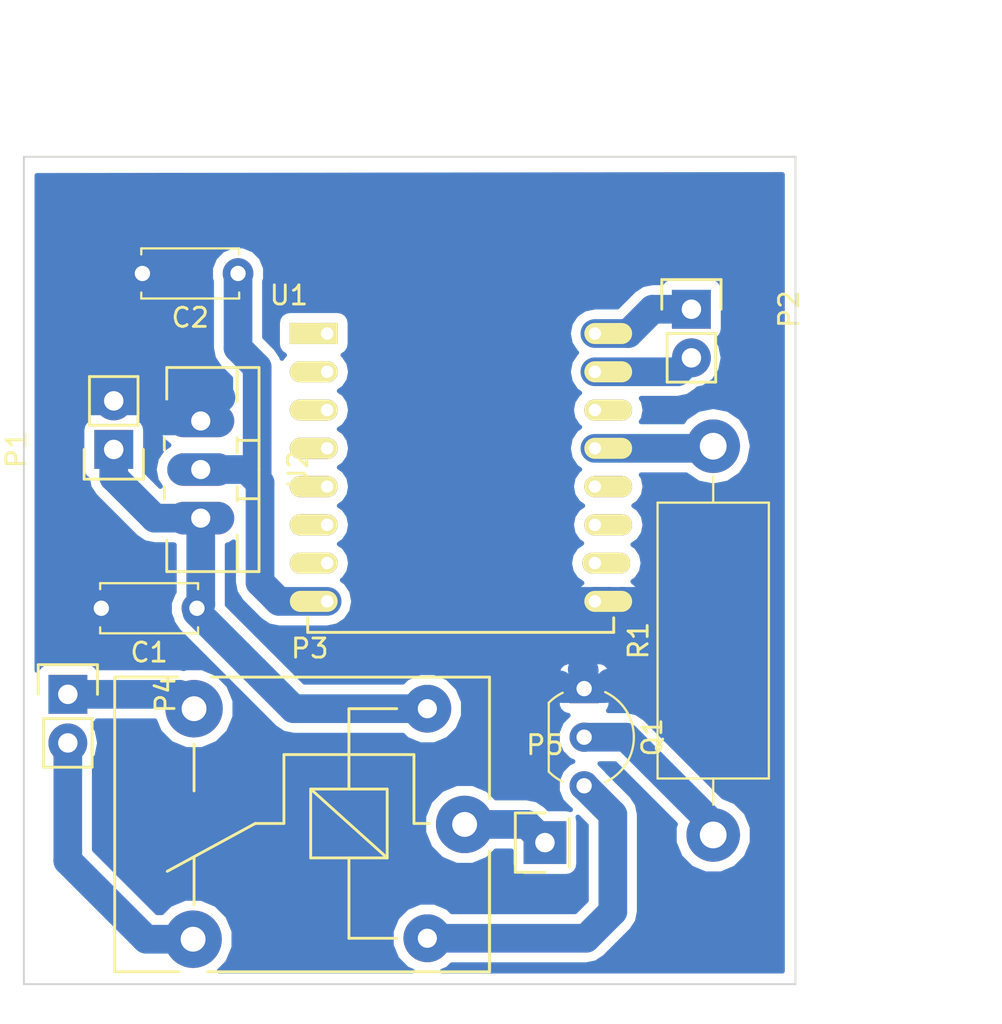
<source format=kicad_pcb>
(kicad_pcb (version 4) (host pcbnew 4.0.2+dfsg1-stable)

  (general
    (links 18)
    (no_connects 0)
    (area 170.575 74.3598 223.05403 127.675)
    (thickness 1.6)
    (drawings 6)
    (tracks 88)
    (zones 0)
    (modules 11)
    (nets 29)
  )

  (page A4)
  (layers
    (0 F.Cu signal)
    (31 B.Cu signal)
    (32 B.Adhes user)
    (33 F.Adhes user)
    (34 B.Paste user)
    (35 F.Paste user)
    (36 B.SilkS user)
    (37 F.SilkS user)
    (38 B.Mask user)
    (39 F.Mask user)
    (40 Dwgs.User user)
    (41 Cmts.User user)
    (42 Eco1.User user)
    (43 Eco2.User user)
    (44 Edge.Cuts user)
    (45 Margin user)
    (46 B.CrtYd user)
    (47 F.CrtYd user)
    (48 B.Fab user)
    (49 F.Fab user)
  )

  (setup
    (last_trace_width 0.25)
    (user_trace_width 0.2)
    (user_trace_width 0.5)
    (user_trace_width 0.7)
    (user_trace_width 1)
    (user_trace_width 1.5)
    (user_trace_width 1.7)
    (user_trace_width 2)
    (trace_clearance 0.2)
    (zone_clearance 0.508)
    (zone_45_only no)
    (trace_min 0.2)
    (segment_width 0.2)
    (edge_width 0.1)
    (via_size 0.6)
    (via_drill 0.4)
    (via_min_size 0.4)
    (via_min_drill 0.3)
    (uvia_size 0.3)
    (uvia_drill 0.1)
    (uvias_allowed no)
    (uvia_min_size 0.2)
    (uvia_min_drill 0.1)
    (pcb_text_width 0.3)
    (pcb_text_size 1.5 1.5)
    (mod_edge_width 0.15)
    (mod_text_size 1 1)
    (mod_text_width 0.15)
    (pad_size 1.5 1.5)
    (pad_drill 0.6)
    (pad_to_mask_clearance 0)
    (aux_axis_origin 0 0)
    (visible_elements FFFFFF7F)
    (pcbplotparams
      (layerselection 0x00030_80000001)
      (usegerberextensions false)
      (excludeedgelayer true)
      (linewidth 0.100000)
      (plotframeref false)
      (viasonmask false)
      (mode 1)
      (useauxorigin false)
      (hpglpennumber 1)
      (hpglpenspeed 20)
      (hpglpendiameter 15)
      (hpglpenoverlay 2)
      (psnegative false)
      (psa4output false)
      (plotreference true)
      (plotvalue true)
      (plotinvisibletext false)
      (padsonsilk false)
      (subtractmaskfromsilk false)
      (outputformat 1)
      (mirror false)
      (drillshape 0)
      (scaleselection 1)
      (outputdirectory GERBER/))
  )

  (net 0 "")
  (net 1 /Vin)
  (net 2 GND)
  (net 3 /Vout)
  (net 4 "Net-(P2-Pad1)")
  (net 5 "Net-(P2-Pad2)")
  (net 6 /Con1)
  (net 7 /Con2)
  (net 8 /Colector)
  (net 9 /Out)
  (net 10 "Net-(Q1-Pad2)")
  (net 11 /GPIO04)
  (net 12 "Net-(U1-Pad1)")
  (net 13 "Net-(U1-Pad2)")
  (net 14 "Net-(U1-Pad3)")
  (net 15 "Net-(U1-Pad4)")
  (net 16 "Net-(U1-Pad5)")
  (net 17 "Net-(U1-Pad6)")
  (net 18 "Net-(U1-Pad7)")
  (net 19 "Net-(U1-Pad10)")
  (net 20 "Net-(U1-Pad11)")
  (net 21 "Net-(U1-Pad12)")
  (net 22 "Net-(U1-Pad14)")
  (net 23 "Net-(U1-Pad17)")
  (net 24 "Net-(U1-Pad18)")
  (net 25 "Net-(U1-Pad19)")
  (net 26 "Net-(U1-Pad20)")
  (net 27 "Net-(U1-Pad21)")
  (net 28 "Net-(U1-Pad22)")

  (net_class Default "Esta es la clase de red por defecto."
    (clearance 0.2)
    (trace_width 0.25)
    (via_dia 0.6)
    (via_drill 0.4)
    (uvia_dia 0.3)
    (uvia_drill 0.1)
    (add_net /Colector)
    (add_net /Con1)
    (add_net /Con2)
    (add_net /GPIO04)
    (add_net /Out)
    (add_net /Vin)
    (add_net /Vout)
    (add_net GND)
    (add_net "Net-(P2-Pad1)")
    (add_net "Net-(P2-Pad2)")
    (add_net "Net-(Q1-Pad2)")
    (add_net "Net-(U1-Pad1)")
    (add_net "Net-(U1-Pad10)")
    (add_net "Net-(U1-Pad11)")
    (add_net "Net-(U1-Pad12)")
    (add_net "Net-(U1-Pad14)")
    (add_net "Net-(U1-Pad17)")
    (add_net "Net-(U1-Pad18)")
    (add_net "Net-(U1-Pad19)")
    (add_net "Net-(U1-Pad2)")
    (add_net "Net-(U1-Pad20)")
    (add_net "Net-(U1-Pad21)")
    (add_net "Net-(U1-Pad22)")
    (add_net "Net-(U1-Pad3)")
    (add_net "Net-(U1-Pad4)")
    (add_net "Net-(U1-Pad5)")
    (add_net "Net-(U1-Pad6)")
    (add_net "Net-(U1-Pad7)")
  )

  (module ESP8266:ESP-12E (layer F.Cu) (tedit 559F8D21) (tstamp 587A6DBA)
    (at 97.96 75.44)
    (descr "Module, ESP-8266, ESP-12, 16 pad, SMD")
    (tags "Module ESP-8266 ESP8266")
    (path /587A5C7B)
    (fp_text reference U1 (at -2 -2) (layer F.SilkS)
      (effects (font (size 1 1) (thickness 0.15)))
    )
    (fp_text value ESP-12E (at 8 1) (layer F.Fab)
      (effects (font (size 1 1) (thickness 0.15)))
    )
    (fp_line (start -2.25 -0.5) (end -2.25 -8.75) (layer F.CrtYd) (width 0.05))
    (fp_line (start -2.25 -8.75) (end 15.25 -8.75) (layer F.CrtYd) (width 0.05))
    (fp_line (start 15.25 -8.75) (end 16.25 -8.75) (layer F.CrtYd) (width 0.05))
    (fp_line (start 16.25 -8.75) (end 16.25 16) (layer F.CrtYd) (width 0.05))
    (fp_line (start 16.25 16) (end -2.25 16) (layer F.CrtYd) (width 0.05))
    (fp_line (start -2.25 16) (end -2.25 -0.5) (layer F.CrtYd) (width 0.05))
    (fp_line (start -1.016 -8.382) (end 14.986 -8.382) (layer F.CrtYd) (width 0.1524))
    (fp_line (start 14.986 -8.382) (end 14.986 -0.889) (layer F.CrtYd) (width 0.1524))
    (fp_line (start -1.016 -8.382) (end -1.016 -1.016) (layer F.CrtYd) (width 0.1524))
    (fp_line (start -1.016 14.859) (end -1.016 15.621) (layer F.SilkS) (width 0.1524))
    (fp_line (start -1.016 15.621) (end 14.986 15.621) (layer F.SilkS) (width 0.1524))
    (fp_line (start 14.986 15.621) (end 14.986 14.859) (layer F.SilkS) (width 0.1524))
    (fp_line (start 14.992 -8.4) (end -1.008 -2.6) (layer F.CrtYd) (width 0.1524))
    (fp_line (start -1.008 -8.4) (end 14.992 -2.6) (layer F.CrtYd) (width 0.1524))
    (fp_text user "No Copper" (at 6.892 -5.4) (layer F.CrtYd)
      (effects (font (size 1 1) (thickness 0.15)))
    )
    (fp_line (start -1.008 -2.6) (end 14.992 -2.6) (layer F.CrtYd) (width 0.1524))
    (fp_line (start 15 -8.4) (end 15 15.6) (layer F.Fab) (width 0.05))
    (fp_line (start 14.992 15.6) (end -1.008 15.6) (layer F.Fab) (width 0.05))
    (fp_line (start -1.008 15.6) (end -1.008 -8.4) (layer F.Fab) (width 0.05))
    (fp_line (start -1.008 -8.4) (end 14.992 -8.4) (layer F.Fab) (width 0.05))
    (pad 1 thru_hole rect (at 0 0) (size 2.5 1.1) (drill 0.65 (offset -0.7 0)) (layers *.Cu *.Mask F.SilkS)
      (net 12 "Net-(U1-Pad1)"))
    (pad 2 thru_hole oval (at 0 2) (size 2.5 1.1) (drill 0.65 (offset -0.7 0)) (layers *.Cu *.Mask F.SilkS)
      (net 13 "Net-(U1-Pad2)"))
    (pad 3 thru_hole oval (at 0 4) (size 2.5 1.1) (drill 0.65 (offset -0.7 0)) (layers *.Cu *.Mask F.SilkS)
      (net 14 "Net-(U1-Pad3)"))
    (pad 4 thru_hole oval (at 0 6) (size 2.5 1.1) (drill 0.65 (offset -0.7 0)) (layers *.Cu *.Mask F.SilkS)
      (net 15 "Net-(U1-Pad4)"))
    (pad 5 thru_hole oval (at 0 8) (size 2.5 1.1) (drill 0.65 (offset -0.7 0)) (layers *.Cu *.Mask F.SilkS)
      (net 16 "Net-(U1-Pad5)"))
    (pad 6 thru_hole oval (at 0 10) (size 2.5 1.1) (drill 0.65 (offset -0.7 0)) (layers *.Cu *.Mask F.SilkS)
      (net 17 "Net-(U1-Pad6)"))
    (pad 7 thru_hole oval (at 0 12) (size 2.5 1.1) (drill 0.65 (offset -0.7 0)) (layers *.Cu *.Mask F.SilkS)
      (net 18 "Net-(U1-Pad7)"))
    (pad 8 thru_hole oval (at 0 14) (size 2.5 1.1) (drill 0.65 (offset -0.7 0)) (layers *.Cu *.Mask F.SilkS)
      (net 3 /Vout))
    (pad 9 thru_hole oval (at 14 14) (size 2.5 1.1) (drill 0.65 (offset 0.7 0)) (layers *.Cu *.Mask F.SilkS)
      (net 2 GND))
    (pad 10 thru_hole oval (at 14 12) (size 2.5 1.1) (drill 0.65 (offset 0.6 0)) (layers *.Cu *.Mask F.SilkS)
      (net 19 "Net-(U1-Pad10)"))
    (pad 11 thru_hole oval (at 14 10) (size 2.5 1.1) (drill 0.65 (offset 0.7 0)) (layers *.Cu *.Mask F.SilkS)
      (net 20 "Net-(U1-Pad11)"))
    (pad 12 thru_hole oval (at 14 8) (size 2.5 1.1) (drill 0.65 (offset 0.7 0)) (layers *.Cu *.Mask F.SilkS)
      (net 21 "Net-(U1-Pad12)"))
    (pad 13 thru_hole oval (at 14 6) (size 2.5 1.1) (drill 0.65 (offset 0.7 0)) (layers *.Cu *.Mask F.SilkS)
      (net 11 /GPIO04))
    (pad 14 thru_hole oval (at 14 4) (size 2.5 1.1) (drill 0.65 (offset 0.7 0)) (layers *.Cu *.Mask F.SilkS)
      (net 22 "Net-(U1-Pad14)"))
    (pad 15 thru_hole oval (at 14 2) (size 2.5 1.1) (drill 0.65 (offset 0.7 0)) (layers *.Cu *.Mask F.SilkS)
      (net 5 "Net-(P2-Pad2)"))
    (pad 16 thru_hole oval (at 14 0) (size 2.5 1.1) (drill 0.65 (offset 0.7 0)) (layers *.Cu *.Mask F.SilkS)
      (net 4 "Net-(P2-Pad1)"))
    (pad 17 smd oval (at 1.99 15.75 90) (size 2.4 1.1) (layers F.Cu F.Paste F.Mask)
      (net 23 "Net-(U1-Pad17)"))
    (pad 18 smd oval (at 3.99 15.75 90) (size 2.4 1.1) (layers F.Cu F.Paste F.Mask)
      (net 24 "Net-(U1-Pad18)"))
    (pad 19 smd oval (at 5.99 15.75 90) (size 2.4 1.1) (layers F.Cu F.Paste F.Mask)
      (net 25 "Net-(U1-Pad19)"))
    (pad 20 smd oval (at 7.99 15.75 90) (size 2.4 1.1) (layers F.Cu F.Paste F.Mask)
      (net 26 "Net-(U1-Pad20)"))
    (pad 21 smd oval (at 9.99 15.75 90) (size 2.4 1.1) (layers F.Cu F.Paste F.Mask)
      (net 27 "Net-(U1-Pad21)"))
    (pad 22 smd oval (at 11.99 15.75 90) (size 2.4 1.1) (layers F.Cu F.Paste F.Mask)
      (net 28 "Net-(U1-Pad22)"))
    (model ${ESPLIB}/ESP8266.3dshapes/ESP-12.wrl
      (at (xyz 0 0 0))
      (scale (xyz 0.3937 0.3937 0.3937))
      (rotate (xyz 0 0 0))
    )
  )

  (module Capacitors_ThroughHole:C_Disc_D5.0mm_W2.5mm_P5.00mm (layer F.Cu) (tedit 58765D06) (tstamp 587A6D6D)
    (at 91.15 89.8 180)
    (descr "C, Disc series, Radial, pin pitch=5.00mm, , diameter*width=5*2.5mm^2, Capacitor, http://cdn-reichelt.de/documents/datenblatt/B300/DS_KERKO_TC.pdf")
    (tags "C Disc series Radial pin pitch 5.00mm  diameter 5mm width 2.5mm Capacitor")
    (path /587A5F8B)
    (fp_text reference C1 (at 2.5 -2.31 180) (layer F.SilkS)
      (effects (font (size 1 1) (thickness 0.15)))
    )
    (fp_text value C (at 2.5 2.31 180) (layer F.Fab)
      (effects (font (size 1 1) (thickness 0.15)))
    )
    (fp_line (start 0 -1.25) (end 0 1.25) (layer F.Fab) (width 0.1))
    (fp_line (start 0 1.25) (end 5 1.25) (layer F.Fab) (width 0.1))
    (fp_line (start 5 1.25) (end 5 -1.25) (layer F.Fab) (width 0.1))
    (fp_line (start 5 -1.25) (end 0 -1.25) (layer F.Fab) (width 0.1))
    (fp_line (start -0.06 -1.31) (end 5.06 -1.31) (layer F.SilkS) (width 0.12))
    (fp_line (start -0.06 1.31) (end 5.06 1.31) (layer F.SilkS) (width 0.12))
    (fp_line (start -0.06 -1.31) (end -0.06 -0.996) (layer F.SilkS) (width 0.12))
    (fp_line (start -0.06 0.996) (end -0.06 1.31) (layer F.SilkS) (width 0.12))
    (fp_line (start 5.06 -1.31) (end 5.06 -0.996) (layer F.SilkS) (width 0.12))
    (fp_line (start 5.06 0.996) (end 5.06 1.31) (layer F.SilkS) (width 0.12))
    (fp_line (start -1.05 -1.6) (end -1.05 1.6) (layer F.CrtYd) (width 0.05))
    (fp_line (start -1.05 1.6) (end 6.05 1.6) (layer F.CrtYd) (width 0.05))
    (fp_line (start 6.05 1.6) (end 6.05 -1.6) (layer F.CrtYd) (width 0.05))
    (fp_line (start 6.05 -1.6) (end -1.05 -1.6) (layer F.CrtYd) (width 0.05))
    (pad 1 thru_hole circle (at 0 0 180) (size 1.6 1.6) (drill 0.8) (layers *.Cu *.Mask)
      (net 1 /Vin))
    (pad 2 thru_hole circle (at 5 0 180) (size 1.6 1.6) (drill 0.8) (layers *.Cu *.Mask)
      (net 2 GND))
    (model Capacitors_ThroughHole.3dshapes/C_Disc_D5.0mm_W2.5mm_P5.00mm.wrl
      (at (xyz 0 0 0))
      (scale (xyz 0.393701 0.393701 0.393701))
      (rotate (xyz 0 0 0))
    )
  )

  (module Capacitors_ThroughHole:C_Disc_D5.0mm_W2.5mm_P5.00mm (layer F.Cu) (tedit 58765D06) (tstamp 587A6D73)
    (at 93.3 72.3 180)
    (descr "C, Disc series, Radial, pin pitch=5.00mm, , diameter*width=5*2.5mm^2, Capacitor, http://cdn-reichelt.de/documents/datenblatt/B300/DS_KERKO_TC.pdf")
    (tags "C Disc series Radial pin pitch 5.00mm  diameter 5mm width 2.5mm Capacitor")
    (path /587A745E)
    (fp_text reference C2 (at 2.5 -2.31 180) (layer F.SilkS)
      (effects (font (size 1 1) (thickness 0.15)))
    )
    (fp_text value C (at 2.5 2.31 180) (layer F.Fab)
      (effects (font (size 1 1) (thickness 0.15)))
    )
    (fp_line (start 0 -1.25) (end 0 1.25) (layer F.Fab) (width 0.1))
    (fp_line (start 0 1.25) (end 5 1.25) (layer F.Fab) (width 0.1))
    (fp_line (start 5 1.25) (end 5 -1.25) (layer F.Fab) (width 0.1))
    (fp_line (start 5 -1.25) (end 0 -1.25) (layer F.Fab) (width 0.1))
    (fp_line (start -0.06 -1.31) (end 5.06 -1.31) (layer F.SilkS) (width 0.12))
    (fp_line (start -0.06 1.31) (end 5.06 1.31) (layer F.SilkS) (width 0.12))
    (fp_line (start -0.06 -1.31) (end -0.06 -0.996) (layer F.SilkS) (width 0.12))
    (fp_line (start -0.06 0.996) (end -0.06 1.31) (layer F.SilkS) (width 0.12))
    (fp_line (start 5.06 -1.31) (end 5.06 -0.996) (layer F.SilkS) (width 0.12))
    (fp_line (start 5.06 0.996) (end 5.06 1.31) (layer F.SilkS) (width 0.12))
    (fp_line (start -1.05 -1.6) (end -1.05 1.6) (layer F.CrtYd) (width 0.05))
    (fp_line (start -1.05 1.6) (end 6.05 1.6) (layer F.CrtYd) (width 0.05))
    (fp_line (start 6.05 1.6) (end 6.05 -1.6) (layer F.CrtYd) (width 0.05))
    (fp_line (start 6.05 -1.6) (end -1.05 -1.6) (layer F.CrtYd) (width 0.05))
    (pad 1 thru_hole circle (at 0 0 180) (size 1.6 1.6) (drill 0.8) (layers *.Cu *.Mask)
      (net 3 /Vout))
    (pad 2 thru_hole circle (at 5 0 180) (size 1.6 1.6) (drill 0.8) (layers *.Cu *.Mask)
      (net 2 GND))
    (model Capacitors_ThroughHole.3dshapes/C_Disc_D5.0mm_W2.5mm_P5.00mm.wrl
      (at (xyz 0 0 0))
      (scale (xyz 0.393701 0.393701 0.393701))
      (rotate (xyz 0 0 0))
    )
  )

  (module Socket_Strips:Socket_Strip_Straight_1x02 (layer F.Cu) (tedit 54E9F75E) (tstamp 587A6D79)
    (at 86.8 81.5 90)
    (descr "Through hole socket strip")
    (tags "socket strip")
    (path /587A5F38)
    (fp_text reference P1 (at 0 -5.1 90) (layer F.SilkS)
      (effects (font (size 1 1) (thickness 0.15)))
    )
    (fp_text value CONN_01X02 (at 0 -3.1 90) (layer F.Fab)
      (effects (font (size 1 1) (thickness 0.15)))
    )
    (fp_line (start -1.55 1.55) (end 0 1.55) (layer F.SilkS) (width 0.15))
    (fp_line (start 3.81 1.27) (end 1.27 1.27) (layer F.SilkS) (width 0.15))
    (fp_line (start -1.75 -1.75) (end -1.75 1.75) (layer F.CrtYd) (width 0.05))
    (fp_line (start 4.3 -1.75) (end 4.3 1.75) (layer F.CrtYd) (width 0.05))
    (fp_line (start -1.75 -1.75) (end 4.3 -1.75) (layer F.CrtYd) (width 0.05))
    (fp_line (start -1.75 1.75) (end 4.3 1.75) (layer F.CrtYd) (width 0.05))
    (fp_line (start 1.27 1.27) (end 1.27 -1.27) (layer F.SilkS) (width 0.15))
    (fp_line (start 0 -1.55) (end -1.55 -1.55) (layer F.SilkS) (width 0.15))
    (fp_line (start -1.55 -1.55) (end -1.55 1.55) (layer F.SilkS) (width 0.15))
    (fp_line (start 1.27 -1.27) (end 3.81 -1.27) (layer F.SilkS) (width 0.15))
    (fp_line (start 3.81 -1.27) (end 3.81 1.27) (layer F.SilkS) (width 0.15))
    (pad 1 thru_hole rect (at 0 0 90) (size 2.032 2.032) (drill 1.016) (layers *.Cu *.Mask)
      (net 1 /Vin))
    (pad 2 thru_hole oval (at 2.54 0 90) (size 2.032 2.032) (drill 1.016) (layers *.Cu *.Mask)
      (net 2 GND))
    (model Socket_Strips.3dshapes/Socket_Strip_Straight_1x02.wrl
      (at (xyz 0.05 0 0))
      (scale (xyz 1 1 1))
      (rotate (xyz 0 0 180))
    )
  )

  (module Socket_Strips:Socket_Strip_Straight_1x02 (layer F.Cu) (tedit 54E9F75E) (tstamp 587A6D7F)
    (at 117.01 74.17 270)
    (descr "Through hole socket strip")
    (tags "socket strip")
    (path /587A66E9)
    (fp_text reference P2 (at 0 -5.1 270) (layer F.SilkS)
      (effects (font (size 1 1) (thickness 0.15)))
    )
    (fp_text value CONN_01X02 (at 0 -3.1 270) (layer F.Fab)
      (effects (font (size 1 1) (thickness 0.15)))
    )
    (fp_line (start -1.55 1.55) (end 0 1.55) (layer F.SilkS) (width 0.15))
    (fp_line (start 3.81 1.27) (end 1.27 1.27) (layer F.SilkS) (width 0.15))
    (fp_line (start -1.75 -1.75) (end -1.75 1.75) (layer F.CrtYd) (width 0.05))
    (fp_line (start 4.3 -1.75) (end 4.3 1.75) (layer F.CrtYd) (width 0.05))
    (fp_line (start -1.75 -1.75) (end 4.3 -1.75) (layer F.CrtYd) (width 0.05))
    (fp_line (start -1.75 1.75) (end 4.3 1.75) (layer F.CrtYd) (width 0.05))
    (fp_line (start 1.27 1.27) (end 1.27 -1.27) (layer F.SilkS) (width 0.15))
    (fp_line (start 0 -1.55) (end -1.55 -1.55) (layer F.SilkS) (width 0.15))
    (fp_line (start -1.55 -1.55) (end -1.55 1.55) (layer F.SilkS) (width 0.15))
    (fp_line (start 1.27 -1.27) (end 3.81 -1.27) (layer F.SilkS) (width 0.15))
    (fp_line (start 3.81 -1.27) (end 3.81 1.27) (layer F.SilkS) (width 0.15))
    (pad 1 thru_hole rect (at 0 0 270) (size 2.032 2.032) (drill 1.016) (layers *.Cu *.Mask)
      (net 4 "Net-(P2-Pad1)"))
    (pad 2 thru_hole oval (at 2.54 0 270) (size 2.032 2.032) (drill 1.016) (layers *.Cu *.Mask)
      (net 5 "Net-(P2-Pad2)"))
    (model Socket_Strips.3dshapes/Socket_Strip_Straight_1x02.wrl
      (at (xyz 0.05 0 0))
      (scale (xyz 1 1 1))
      (rotate (xyz 0 0 180))
    )
  )

  (module Relays_ThroughHole:Relay_SANYOU_SRD_Series_Form_C (layer F.Cu) (tedit 5418D3EA) (tstamp 587A6D88)
    (at 105.15 101.1 180)
    (descr "relay, Sanyou SRD series Form C")
    (path /587A64F0)
    (fp_text reference P3 (at 8.1 9.2 180) (layer F.SilkS)
      (effects (font (size 1 1) (thickness 0.15)))
    )
    (fp_text value CONN_01X05 (at 8 -9.6 180) (layer F.Fab)
      (effects (font (size 1 1) (thickness 0.15)))
    )
    (fp_line (start 15 7.7) (end 18.3 7.7) (layer F.SilkS) (width 0.15))
    (fp_line (start 18.3 7.7) (end 18.3 -7.7) (layer F.SilkS) (width 0.15))
    (fp_line (start 18.3 -7.7) (end 14.95 -7.7) (layer F.SilkS) (width 0.15))
    (fp_line (start -1.3 1.35) (end -1.3 7.7) (layer F.SilkS) (width 0.15))
    (fp_line (start -1.3 7.7) (end 13.25 7.7) (layer F.SilkS) (width 0.15))
    (fp_line (start -1.3 -1.4) (end -1.3 -7.7) (layer F.SilkS) (width 0.15))
    (fp_line (start -1.3 -7.7) (end 13.45 -7.7) (layer F.SilkS) (width 0.15))
    (fp_line (start -1.3 -7.65) (end -1.3 -1.4) (layer F.SilkS) (width 0.15))
    (fp_line (start 14.15 4.2) (end 14.15 1.75) (layer F.SilkS) (width 0.15))
    (fp_line (start 14.15 -4.2) (end 14.15 -1.7) (layer F.SilkS) (width 0.15))
    (fp_line (start 3.55 6.05) (end 6.05 6.05) (layer F.SilkS) (width 0.15))
    (fp_line (start 2.65 0.05) (end 1.85 0.05) (layer F.SilkS) (width 0.15))
    (fp_line (start 6.05 -5.95) (end 3.55 -5.95) (layer F.SilkS) (width 0.15))
    (fp_line (start 9.45 0.05) (end 10.95 0.05) (layer F.SilkS) (width 0.15))
    (fp_line (start 10.95 0.05) (end 15.55 -2.45) (layer F.SilkS) (width 0.15))
    (fp_line (start 9.45 3.65) (end 2.65 3.65) (layer F.SilkS) (width 0.15))
    (fp_line (start 9.45 0.05) (end 9.45 3.65) (layer F.SilkS) (width 0.15))
    (fp_line (start 2.65 0.05) (end 2.65 3.65) (layer F.SilkS) (width 0.15))
    (fp_line (start 6.05 -5.95) (end 6.05 -1.75) (layer F.SilkS) (width 0.15))
    (fp_line (start 6.05 1.85) (end 6.05 6.05) (layer F.SilkS) (width 0.15))
    (fp_line (start 8.05 1.85) (end 4.05 -1.75) (layer F.SilkS) (width 0.15))
    (fp_line (start 4.05 1.85) (end 4.05 -1.75) (layer F.SilkS) (width 0.15))
    (fp_line (start 4.05 -1.75) (end 8.05 -1.75) (layer F.SilkS) (width 0.15))
    (fp_line (start 8.05 -1.75) (end 8.05 1.85) (layer F.SilkS) (width 0.15))
    (fp_line (start 8.05 1.85) (end 4.05 1.85) (layer F.SilkS) (width 0.15))
    (pad 2 thru_hole circle (at 1.95 6.05 270) (size 2.5 2.5) (drill 1) (layers *.Cu *.Mask)
      (net 1 /Vin))
    (pad 3 thru_hole circle (at 14.15 6.05 270) (size 3 3) (drill 1.3) (layers *.Cu *.Mask)
      (net 6 /Con1))
    (pad 4 thru_hole circle (at 14.2 -6 270) (size 3 3) (drill 1.3) (layers *.Cu *.Mask)
      (net 7 /Con2))
    (pad 5 thru_hole circle (at 1.95 -5.95 270) (size 2.5 2.5) (drill 1) (layers *.Cu *.Mask)
      (net 8 /Colector))
    (pad 1 thru_hole circle (at 0 0 270) (size 3 3) (drill 1.3) (layers *.Cu *.Mask)
      (net 9 /Out))
    (model Relays_ThroughHole.3dshapes/Relay_SANYOU_SRD_Series_Form_C.wrl
      (at (xyz 0 0 0))
      (scale (xyz 1 1 1))
      (rotate (xyz 0 0 0))
    )
  )

  (module Socket_Strips:Socket_Strip_Straight_1x02 (layer F.Cu) (tedit 54E9F75E) (tstamp 587A6D8E)
    (at 84.4 94.3 270)
    (descr "Through hole socket strip")
    (tags "socket strip")
    (path /587A8FC6)
    (fp_text reference P4 (at 0 -5.1 270) (layer F.SilkS)
      (effects (font (size 1 1) (thickness 0.15)))
    )
    (fp_text value CONN_01X02 (at 0 -3.1 270) (layer F.Fab)
      (effects (font (size 1 1) (thickness 0.15)))
    )
    (fp_line (start -1.55 1.55) (end 0 1.55) (layer F.SilkS) (width 0.15))
    (fp_line (start 3.81 1.27) (end 1.27 1.27) (layer F.SilkS) (width 0.15))
    (fp_line (start -1.75 -1.75) (end -1.75 1.75) (layer F.CrtYd) (width 0.05))
    (fp_line (start 4.3 -1.75) (end 4.3 1.75) (layer F.CrtYd) (width 0.05))
    (fp_line (start -1.75 -1.75) (end 4.3 -1.75) (layer F.CrtYd) (width 0.05))
    (fp_line (start -1.75 1.75) (end 4.3 1.75) (layer F.CrtYd) (width 0.05))
    (fp_line (start 1.27 1.27) (end 1.27 -1.27) (layer F.SilkS) (width 0.15))
    (fp_line (start 0 -1.55) (end -1.55 -1.55) (layer F.SilkS) (width 0.15))
    (fp_line (start -1.55 -1.55) (end -1.55 1.55) (layer F.SilkS) (width 0.15))
    (fp_line (start 1.27 -1.27) (end 3.81 -1.27) (layer F.SilkS) (width 0.15))
    (fp_line (start 3.81 -1.27) (end 3.81 1.27) (layer F.SilkS) (width 0.15))
    (pad 1 thru_hole rect (at 0 0 270) (size 2.032 2.032) (drill 1.016) (layers *.Cu *.Mask)
      (net 6 /Con1))
    (pad 2 thru_hole oval (at 2.54 0 270) (size 2.032 2.032) (drill 1.016) (layers *.Cu *.Mask)
      (net 7 /Con2))
    (model Socket_Strips.3dshapes/Socket_Strip_Straight_1x02.wrl
      (at (xyz 0.05 0 0))
      (scale (xyz 1 1 1))
      (rotate (xyz 0 0 180))
    )
  )

  (module Socket_Strips:Socket_Strip_Straight_1x01 (layer F.Cu) (tedit 54E9F79C) (tstamp 587A6D93)
    (at 109.35 102.05)
    (descr "Through hole socket strip")
    (tags "socket strip")
    (path /587A9589)
    (fp_text reference P5 (at 0 -5.1) (layer F.SilkS)
      (effects (font (size 1 1) (thickness 0.15)))
    )
    (fp_text value CONN_01X01 (at 0 -3.1) (layer F.Fab)
      (effects (font (size 1 1) (thickness 0.15)))
    )
    (fp_line (start -1.75 -1.75) (end -1.75 1.75) (layer F.CrtYd) (width 0.05))
    (fp_line (start 1.75 -1.75) (end 1.75 1.75) (layer F.CrtYd) (width 0.05))
    (fp_line (start -1.75 -1.75) (end 1.75 -1.75) (layer F.CrtYd) (width 0.05))
    (fp_line (start -1.75 1.75) (end 1.75 1.75) (layer F.CrtYd) (width 0.05))
    (fp_line (start 1.27 1.27) (end 1.27 -1.27) (layer F.SilkS) (width 0.15))
    (fp_line (start -1.55 -1.55) (end 0 -1.55) (layer F.SilkS) (width 0.15))
    (fp_line (start -1.55 -1.55) (end -1.55 1.55) (layer F.SilkS) (width 0.15))
    (fp_line (start -1.55 1.55) (end 0 1.55) (layer F.SilkS) (width 0.15))
    (pad 1 thru_hole rect (at 0 0) (size 2.2352 2.2352) (drill 1.016) (layers *.Cu *.Mask)
      (net 9 /Out))
    (model Socket_Strips.3dshapes/Socket_Strip_Straight_1x01.wrl
      (at (xyz 0 0 0))
      (scale (xyz 1 1 1))
      (rotate (xyz 0 0 180))
    )
  )

  (module TO_SOT_Packages_THT:TO-92_Inline_Wide (layer F.Cu) (tedit 58610935) (tstamp 587A6D9A)
    (at 111.4 94 270)
    (descr "TO-92 leads in-line, wide, drill 0.8mm (see NXP sot054_po.pdf)")
    (tags "to-92 sc-43 sc-43a sot54 PA33 transistor")
    (path /587A5E68)
    (fp_text reference Q1 (at 2.54 -3.556 450) (layer F.SilkS)
      (effects (font (size 1 1) (thickness 0.15)))
    )
    (fp_text value PN2222A (at 2.54 2.794 270) (layer F.Fab)
      (effects (font (size 1 1) (thickness 0.15)))
    )
    (fp_line (start -1.1 -3) (end 6.1 -3) (layer F.CrtYd) (width 0.05))
    (fp_line (start 6.1 -3) (end 6.1 2.3) (layer F.CrtYd) (width 0.05))
    (fp_line (start 6.1 2.3) (end -1.1 2.3) (layer F.CrtYd) (width 0.05))
    (fp_line (start -1.1 2.3) (end -1.1 -3) (layer F.CrtYd) (width 0.05))
    (fp_line (start 0.74 1.85) (end 4.34 1.85) (layer F.SilkS) (width 0.12))
    (fp_line (start 0.8 1.75) (end 4.3 1.75) (layer F.Fab) (width 0.1))
    (fp_arc (start 2.54 0) (end 0.74 1.85) (angle 20) (layer F.SilkS) (width 0.12))
    (fp_arc (start 2.54 0) (end 2.54 -2.6) (angle -65) (layer F.SilkS) (width 0.12))
    (fp_arc (start 2.54 0) (end 2.54 -2.6) (angle 65) (layer F.SilkS) (width 0.12))
    (fp_arc (start 2.54 0) (end 2.54 -2.48) (angle 135) (layer F.Fab) (width 0.1))
    (fp_arc (start 2.54 0) (end 2.54 -2.48) (angle -135) (layer F.Fab) (width 0.1))
    (fp_arc (start 2.54 0) (end 4.34 1.85) (angle -20) (layer F.SilkS) (width 0.12))
    (pad 2 thru_hole circle (at 2.54 0) (size 1.524 1.524) (drill 0.8) (layers *.Cu *.Mask)
      (net 10 "Net-(Q1-Pad2)"))
    (pad 3 thru_hole circle (at 5.08 0) (size 1.524 1.524) (drill 0.8) (layers *.Cu *.Mask)
      (net 8 /Colector))
    (pad 1 thru_hole rect (at 0 0) (size 1.524 1.524) (drill 0.8) (layers *.Cu *.Mask)
      (net 2 GND))
    (model TO_SOT_Packages_THT.3dshapes/TO-92_Inline_Wide.wrl
      (at (xyz 0.1 0 0))
      (scale (xyz 1 1 1))
      (rotate (xyz 0 0 -90))
    )
  )

  (module Resistors_ThroughHole:R_Axial_DIN0614_L14.3mm_D5.7mm_P20.32mm_Horizontal (layer F.Cu) (tedit 5874F706) (tstamp 587A6DA0)
    (at 118.15 101.65 90)
    (descr "Resistor, Axial_DIN0614 series, Axial, Horizontal, pin pitch=20.32mm, 1.5W, length*diameter=14.3*5.7mm^2")
    (tags "Resistor Axial_DIN0614 series Axial Horizontal pin pitch 20.32mm 1.5W length 14.3mm diameter 5.7mm")
    (path /587A8963)
    (fp_text reference R1 (at 10.16 -3.91 90) (layer F.SilkS)
      (effects (font (size 1 1) (thickness 0.15)))
    )
    (fp_text value R (at 10.16 3.91 90) (layer F.Fab)
      (effects (font (size 1 1) (thickness 0.15)))
    )
    (fp_line (start 3.01 -2.85) (end 3.01 2.85) (layer F.Fab) (width 0.1))
    (fp_line (start 3.01 2.85) (end 17.31 2.85) (layer F.Fab) (width 0.1))
    (fp_line (start 17.31 2.85) (end 17.31 -2.85) (layer F.Fab) (width 0.1))
    (fp_line (start 17.31 -2.85) (end 3.01 -2.85) (layer F.Fab) (width 0.1))
    (fp_line (start 0 0) (end 3.01 0) (layer F.Fab) (width 0.1))
    (fp_line (start 20.32 0) (end 17.31 0) (layer F.Fab) (width 0.1))
    (fp_line (start 2.95 -2.91) (end 2.95 2.91) (layer F.SilkS) (width 0.12))
    (fp_line (start 2.95 2.91) (end 17.37 2.91) (layer F.SilkS) (width 0.12))
    (fp_line (start 17.37 2.91) (end 17.37 -2.91) (layer F.SilkS) (width 0.12))
    (fp_line (start 17.37 -2.91) (end 2.95 -2.91) (layer F.SilkS) (width 0.12))
    (fp_line (start 1.58 0) (end 2.95 0) (layer F.SilkS) (width 0.12))
    (fp_line (start 18.74 0) (end 17.37 0) (layer F.SilkS) (width 0.12))
    (fp_line (start -1.65 -3.2) (end -1.65 3.2) (layer F.CrtYd) (width 0.05))
    (fp_line (start -1.65 3.2) (end 22 3.2) (layer F.CrtYd) (width 0.05))
    (fp_line (start 22 3.2) (end 22 -3.2) (layer F.CrtYd) (width 0.05))
    (fp_line (start 22 -3.2) (end -1.65 -3.2) (layer F.CrtYd) (width 0.05))
    (pad 1 thru_hole circle (at 0 0 90) (size 2.8 2.8) (drill 1.4) (layers *.Cu *.Mask)
      (net 10 "Net-(Q1-Pad2)"))
    (pad 2 thru_hole oval (at 20.32 0 90) (size 2.8 2.8) (drill 1.4) (layers *.Cu *.Mask)
      (net 11 /GPIO04))
    (model Resistors_ThroughHole.3dshapes/R_Axial_DIN0614_L14.3mm_D5.7mm_P20.32mm_Horizontal.wrl
      (at (xyz 0 0 0))
      (scale (xyz 0.393701 0.393701 0.393701))
      (rotate (xyz 0 0 0))
    )
  )

  (module TO_SOT_Packages_THT:TO-220_Neutral123_Vertical_LargePads (layer F.Cu) (tedit 0) (tstamp 587A6DC1)
    (at 91.35 82.55 270)
    (descr "TO-220, Neutral, Vertical, Large Pads,")
    (tags "TO-220, Neutral, Vertical, Large Pads,")
    (path /587A5EAF)
    (fp_text reference U2 (at 0 -5.08 270) (layer F.SilkS)
      (effects (font (size 1 1) (thickness 0.15)))
    )
    (fp_text value LM1117-3.3 (at 0 3.81 270) (layer F.Fab)
      (effects (font (size 1 1) (thickness 0.15)))
    )
    (fp_line (start 5.334 -1.905) (end 3.429 -1.905) (layer F.SilkS) (width 0.15))
    (fp_line (start 0.889 -1.905) (end 1.651 -1.905) (layer F.SilkS) (width 0.15))
    (fp_line (start -1.524 -1.905) (end -1.651 -1.905) (layer F.SilkS) (width 0.15))
    (fp_line (start -1.524 -1.905) (end -0.889 -1.905) (layer F.SilkS) (width 0.15))
    (fp_line (start -5.334 -1.905) (end -3.556 -1.905) (layer F.SilkS) (width 0.15))
    (fp_line (start -5.334 1.778) (end -3.683 1.778) (layer F.SilkS) (width 0.15))
    (fp_line (start -1.016 1.905) (end -1.651 1.905) (layer F.SilkS) (width 0.15))
    (fp_line (start 1.524 1.905) (end 0.889 1.905) (layer F.SilkS) (width 0.15))
    (fp_line (start 5.334 1.778) (end 3.683 1.778) (layer F.SilkS) (width 0.15))
    (fp_line (start -1.524 -3.048) (end -1.524 -1.905) (layer F.SilkS) (width 0.15))
    (fp_line (start 1.524 -3.048) (end 1.524 -1.905) (layer F.SilkS) (width 0.15))
    (fp_line (start 5.334 -1.905) (end 5.334 1.778) (layer F.SilkS) (width 0.15))
    (fp_line (start -5.334 1.778) (end -5.334 -1.905) (layer F.SilkS) (width 0.15))
    (fp_line (start 5.334 -3.048) (end 5.334 -1.905) (layer F.SilkS) (width 0.15))
    (fp_line (start -5.334 -1.905) (end -5.334 -3.048) (layer F.SilkS) (width 0.15))
    (fp_line (start 0 -3.048) (end -5.334 -3.048) (layer F.SilkS) (width 0.15))
    (fp_line (start 0 -3.048) (end 5.334 -3.048) (layer F.SilkS) (width 0.15))
    (pad 2 thru_hole oval (at 0 0) (size 3.50012 1.69926) (drill 1.00076) (layers *.Cu *.Mask)
      (net 3 /Vout))
    (pad 1 thru_hole oval (at -2.54 0) (size 3.50012 1.69926) (drill 1.00076) (layers *.Cu *.Mask)
      (net 2 GND))
    (pad 3 thru_hole oval (at 2.54 0) (size 3.50012 1.69926) (drill 1.00076) (layers *.Cu *.Mask)
      (net 1 /Vin))
    (model TO_SOT_Packages_THT.3dshapes/TO-220_Neutral123_Vertical_LargePads.wrl
      (at (xyz 0 0 0))
      (scale (xyz 0.3937 0.3937 0.3937))
      (rotate (xyz 0 0 0))
    )
  )

  (dimension 43.100029 (width 0.3) (layer Margin)
    (gr_text 43,100mm (at 126.975458 87.794605 270.0664684) (layer Margin)
      (effects (font (size 1.5 1.5) (thickness 0.3)))
    )
    (feature1 (pts (xy 122.35 109.35) (xy 128.350457 109.343039)))
    (feature2 (pts (xy 122.3 66.25) (xy 128.300457 66.243039)))
    (crossbar (pts (xy 125.600459 66.246171) (xy 125.650459 109.346171)))
    (arrow1a (pts (xy 125.650459 109.346171) (xy 125.062732 108.220348)))
    (arrow1b (pts (xy 125.650459 109.346171) (xy 126.235572 108.218988)))
    (arrow2a (pts (xy 125.600459 66.246171) (xy 125.015346 67.373354)))
    (arrow2b (pts (xy 125.600459 66.246171) (xy 126.188186 67.371994)))
  )
  (dimension 40.450124 (width 0.3) (layer Margin)
    (gr_text 40,450mm (at 102.29055 59.8598 359.8583544) (layer Margin)
      (effects (font (size 1.5 1.5) (thickness 0.3)))
    )
    (feature1 (pts (xy 122.5 66.2) (xy 122.518888 58.559804)))
    (feature2 (pts (xy 82.05 66.1) (xy 82.068888 58.459804)))
    (crossbar (pts (xy 82.062213 61.159796) (xy 122.512213 61.259796)))
    (arrow1a (pts (xy 122.512213 61.259796) (xy 121.384263 61.84343)))
    (arrow1b (pts (xy 122.512213 61.259796) (xy 121.387162 60.670592)))
    (arrow2a (pts (xy 82.062213 61.159796) (xy 83.187264 61.749)))
    (arrow2b (pts (xy 82.062213 61.159796) (xy 83.190163 60.576162)))
  )
  (gr_line (start 82.1 109.45) (end 82.1 66.2) (angle 90) (layer Edge.Cuts) (width 0.1))
  (gr_line (start 122.45 66.2) (end 122.45 109.45) (angle 90) (layer Edge.Cuts) (width 0.1))
  (gr_line (start 122.45 66.2) (end 82.1 66.2) (angle 90) (layer Edge.Cuts) (width 0.1))
  (gr_line (start 122.45 109.45) (end 82.1 109.45) (angle 90) (layer Edge.Cuts) (width 0.1))

  (segment (start 91.15 89.8) (end 91.15 90) (width 1.5) (layer B.Cu) (net 1))
  (segment (start 91.15 90) (end 96.2 95.05) (width 1.5) (layer B.Cu) (net 1) (tstamp 587A6F74))
  (segment (start 96.2 95.05) (end 103.2 95.05) (width 1.5) (layer B.Cu) (net 1) (tstamp 587A6F77))
  (segment (start 91.35 85.09) (end 88.94 85.09) (width 1.5) (layer B.Cu) (net 1))
  (segment (start 86.8 82.95) (end 86.8 81.5) (width 1.5) (layer B.Cu) (net 1) (tstamp 587A6F5A))
  (segment (start 88.94 85.09) (end 86.8 82.95) (width 1.5) (layer B.Cu) (net 1) (tstamp 587A6F59))
  (segment (start 91.35 85.09) (end 91.35 89.6) (width 1.5) (layer B.Cu) (net 1))
  (segment (start 91.35 89.6) (end 91.15 89.8) (width 1.5) (layer B.Cu) (net 1) (tstamp 587A6F53))
  (segment (start 111.96 89.44) (end 112.69 89.44) (width 1.5) (layer B.Cu) (net 2))
  (segment (start 112.69 89.44) (end 113.4 90.15) (width 1.5) (layer B.Cu) (net 2) (tstamp 587A7051))
  (segment (start 113.4 90.15) (end 113.4 89.44) (width 1.5) (layer B.Cu) (net 2) (tstamp 587A7053))
  (segment (start 111.96 89.44) (end 113.4 89.44) (width 1.5) (layer B.Cu) (net 2))
  (segment (start 113.4 89.44) (end 114.09 89.44) (width 1.5) (layer B.Cu) (net 2) (tstamp 587A7054))
  (segment (start 114.09 89.44) (end 114.35 89.7) (width 1.5) (layer B.Cu) (net 2) (tstamp 587A704E))
  (segment (start 111.96 89.44) (end 110.84 89.44) (width 1.5) (layer B.Cu) (net 2))
  (segment (start 110.84 89.44) (end 110.75 89.35) (width 1.5) (layer B.Cu) (net 2) (tstamp 587A704B))
  (segment (start 111.96 89.44) (end 111.96 90.06) (width 1.5) (layer B.Cu) (net 2))
  (segment (start 111.96 90.06) (end 112.45 90.55) (width 1.5) (layer B.Cu) (net 2) (tstamp 587A7048))
  (segment (start 111.4 94) (end 112.45 94) (width 1.5) (layer B.Cu) (net 2))
  (segment (start 112.45 94) (end 112.75 93.7) (width 1.5) (layer B.Cu) (net 2) (tstamp 587A7045))
  (segment (start 111.4 94) (end 110.3 94) (width 1.5) (layer B.Cu) (net 2))
  (segment (start 110.3 94) (end 110.1 93.8) (width 1.5) (layer B.Cu) (net 2) (tstamp 587A7042))
  (segment (start 111.4 94) (end 111.4 93.05) (width 1.5) (layer B.Cu) (net 2))
  (segment (start 111.35 93) (end 111.3 93) (width 1.5) (layer B.Cu) (net 2) (tstamp 587A703F))
  (segment (start 111.4 93.05) (end 111.35 93) (width 1.5) (layer B.Cu) (net 2) (tstamp 587A703E))
  (segment (start 86.15 89.8) (end 87.75 89.8) (width 1.5) (layer B.Cu) (net 2))
  (segment (start 87.75 89.8) (end 87.85 89.9) (width 1.5) (layer B.Cu) (net 2) (tstamp 587A703B))
  (segment (start 86.15 89.8) (end 84.75 89.8) (width 1.5) (layer B.Cu) (net 2))
  (segment (start 84.75 89.8) (end 84.7 89.85) (width 1.5) (layer B.Cu) (net 2) (tstamp 587A7038))
  (segment (start 86.15 89.8) (end 86.15 90.85) (width 1.5) (layer B.Cu) (net 2))
  (segment (start 86.15 90.85) (end 85.9 91.1) (width 1.5) (layer B.Cu) (net 2) (tstamp 587A7035))
  (segment (start 86.15 89.8) (end 86.15 88.85) (width 1.5) (layer B.Cu) (net 2))
  (segment (start 86.15 88.85) (end 86.25 88.75) (width 1.5) (layer B.Cu) (net 2) (tstamp 587A7032))
  (segment (start 91.35 80.01) (end 91.35 79.85) (width 1.5) (layer B.Cu) (net 2))
  (segment (start 91.35 79.85) (end 92.4 78.8) (width 1.5) (layer B.Cu) (net 2) (tstamp 587A702E))
  (segment (start 92.4 78.8) (end 92.4 78.75) (width 1.5) (layer B.Cu) (net 2) (tstamp 587A702F))
  (segment (start 86.8 78.96) (end 86.8 78.95) (width 1.5) (layer B.Cu) (net 2))
  (segment (start 86.8 78.95) (end 85.75 77.9) (width 1.5) (layer B.Cu) (net 2) (tstamp 587A702B))
  (segment (start 86.8 78.95) (end 87.8 77.95) (width 1.5) (layer B.Cu) (net 2) (tstamp 587A7028))
  (segment (start 91.35 80.01) (end 91.01 80.01) (width 1.5) (layer B.Cu) (net 2))
  (segment (start 91.01 80.01) (end 89.75 78.75) (width 1.5) (layer B.Cu) (net 2) (tstamp 587A7025))
  (segment (start 91.35 80.01) (end 89.26 80.01) (width 1.5) (layer B.Cu) (net 2))
  (segment (start 89.26 80.01) (end 89.1 79.85) (width 1.5) (layer B.Cu) (net 2) (tstamp 587A7022))
  (segment (start 91.35 80.01) (end 91.35 78.8) (width 1.5) (layer B.Cu) (net 2))
  (segment (start 91.35 78.8) (end 91.7 78.45) (width 1.5) (layer B.Cu) (net 2) (tstamp 587A701F))
  (segment (start 86.8 78.96) (end 85.71 78.96) (width 1.5) (layer B.Cu) (net 2))
  (segment (start 85.71 78.96) (end 85.55 78.8) (width 1.5) (layer B.Cu) (net 2) (tstamp 587A701C))
  (segment (start 86.8 78.96) (end 86.8 77.55) (width 1.5) (layer B.Cu) (net 2))
  (segment (start 86.8 77.55) (end 86.7 77.45) (width 1.5) (layer B.Cu) (net 2) (tstamp 587A7019))
  (segment (start 86.8 78.96) (end 88.19 78.96) (width 1.5) (layer B.Cu) (net 2))
  (segment (start 88.19 78.96) (end 88.25 78.9) (width 1.5) (layer B.Cu) (net 2) (tstamp 587A7016))
  (segment (start 88.3 72.3) (end 87.3 72.3) (width 1.5) (layer B.Cu) (net 2))
  (segment (start 87.3 72.3) (end 87.2 72.4) (width 1.5) (layer B.Cu) (net 2) (tstamp 587A7013))
  (segment (start 88.3 72.3) (end 88.3 70.75) (width 1.5) (layer B.Cu) (net 2))
  (segment (start 88.3 72.3) (end 89.2 72.3) (width 1.5) (layer B.Cu) (net 2))
  (segment (start 89.2 72.3) (end 89.35 72.15) (width 1.5) (layer B.Cu) (net 2) (tstamp 587A700E))
  (segment (start 88.3 72.3) (end 88.3 73.45) (width 1.5) (layer B.Cu) (net 2))
  (segment (start 88.3 73.45) (end 88.4 73.55) (width 1.5) (layer B.Cu) (net 2) (tstamp 587A700B))
  (segment (start 93.3 72.3) (end 93.3 76.2) (width 1.5) (layer B.Cu) (net 3))
  (segment (start 94.3 83.1) (end 94.45 83.25) (width 1.5) (layer B.Cu) (net 3) (tstamp 587A6F80))
  (segment (start 94.3 77.2) (end 94.3 83.1) (width 1.5) (layer B.Cu) (net 3) (tstamp 587A6F7F))
  (segment (start 93.3 76.2) (end 94.3 77.2) (width 1.5) (layer B.Cu) (net 3) (tstamp 587A6F7E))
  (segment (start 97.96 89.44) (end 95.44 89.44) (width 1.5) (layer B.Cu) (net 3))
  (segment (start 93.75 82.55) (end 91.35 82.55) (width 1.5) (layer B.Cu) (net 3) (tstamp 587A6F4E))
  (segment (start 94.45 83.25) (end 93.75 82.55) (width 1.5) (layer B.Cu) (net 3) (tstamp 587A6F4D))
  (segment (start 94.45 88.45) (end 94.45 83.25) (width 1.5) (layer B.Cu) (net 3) (tstamp 587A6F4C))
  (segment (start 95.44 89.44) (end 94.45 88.45) (width 1.5) (layer B.Cu) (net 3) (tstamp 587A6F4B))
  (segment (start 111.96 75.44) (end 113.71 75.44) (width 1.5) (layer B.Cu) (net 4))
  (segment (start 113.71 75.44) (end 114.98 74.17) (width 1.5) (layer B.Cu) (net 4) (tstamp 587A6F41))
  (segment (start 114.98 74.17) (end 117.01 74.17) (width 1.5) (layer B.Cu) (net 4) (tstamp 587A6F42))
  (segment (start 111.96 77.44) (end 116.28 77.44) (width 1.5) (layer B.Cu) (net 5))
  (segment (start 116.28 77.44) (end 117.01 76.71) (width 1.5) (layer B.Cu) (net 5) (tstamp 587A6F45))
  (segment (start 84.4 94.3) (end 90.25 94.3) (width 1.5) (layer B.Cu) (net 6))
  (segment (start 90.25 94.3) (end 91 95.05) (width 1.5) (layer B.Cu) (net 6) (tstamp 587A6F5D))
  (segment (start 90.95 107.1) (end 88.5 107.1) (width 1.5) (layer B.Cu) (net 7))
  (segment (start 84.4 103) (end 84.4 96.84) (width 1.5) (layer B.Cu) (net 7) (tstamp 587A6F61))
  (segment (start 88.5 107.1) (end 84.4 103) (width 1.5) (layer B.Cu) (net 7) (tstamp 587A6F60))
  (segment (start 103.2 107.05) (end 111.5 107.05) (width 1.5) (layer B.Cu) (net 8))
  (segment (start 112.9 100.58) (end 111.4 99.08) (width 1.5) (layer B.Cu) (net 8) (tstamp 587A6F6C))
  (segment (start 112.9 105.65) (end 112.9 100.58) (width 1.5) (layer B.Cu) (net 8) (tstamp 587A6F6B))
  (segment (start 111.5 107.05) (end 112.9 105.65) (width 1.5) (layer B.Cu) (net 8) (tstamp 587A6F6A))
  (segment (start 105.15 101.1) (end 108.4 101.1) (width 1.5) (layer B.Cu) (net 9))
  (segment (start 108.4 101.1) (end 109.35 102.05) (width 1.5) (layer B.Cu) (net 9) (tstamp 587A6F67))
  (segment (start 118.15 101.65) (end 118.15 101.1) (width 1.5) (layer B.Cu) (net 10))
  (segment (start 118.15 101.1) (end 113.59 96.54) (width 1.5) (layer B.Cu) (net 10) (tstamp 587A6F6F))
  (segment (start 113.59 96.54) (end 111.4 96.54) (width 1.5) (layer B.Cu) (net 10) (tstamp 587A6F71))
  (segment (start 111.96 81.44) (end 118.04 81.44) (width 1.5) (layer B.Cu) (net 11))
  (segment (start 118.04 81.44) (end 118.15 81.33) (width 1.5) (layer B.Cu) (net 11) (tstamp 587A6F48))

  (zone (net 2) (net_name GND) (layer B.Cu) (tstamp 587A6FDE) (hatch edge 0.508)
    (connect_pads (clearance 0.508))
    (min_thickness 0.254)
    (fill yes (arc_segments 16) (thermal_gap 0.508) (thermal_bridge_width 0.508))
    (polygon
      (pts
        (xy 82.75 67.05) (xy 121.9 67) (xy 121.9 108.95) (xy 82.55 108.9) (xy 82.65 67.05)
      )
    )
    (filled_polygon
      (pts
        (xy 121.765 108.765) (xy 103.985526 108.765) (xy 104.266372 108.648957) (xy 104.480703 108.435) (xy 111.5 108.435)
        (xy 112.030017 108.329573) (xy 112.479343 108.029343) (xy 113.879343 106.629343) (xy 113.952415 106.519983) (xy 114.179573 106.180017)
        (xy 114.285 105.65) (xy 114.285 100.58) (xy 114.179573 100.049983) (xy 113.879343 99.600657) (xy 112.596718 98.318032)
        (xy 112.58501 98.289697) (xy 112.220949 97.925) (xy 113.016314 97.925) (xy 116.179726 101.088412) (xy 116.115354 101.243438)
        (xy 116.114648 102.053011) (xy 116.423805 102.801229) (xy 116.99576 103.374183) (xy 117.743438 103.684646) (xy 118.553011 103.685352)
        (xy 119.301229 103.376195) (xy 119.874183 102.80424) (xy 120.184646 102.056562) (xy 120.185352 101.246989) (xy 119.876195 100.498771)
        (xy 119.30424 99.925817) (xy 118.671956 99.66327) (xy 114.569343 95.560657) (xy 114.363781 95.423305) (xy 114.120017 95.260427)
        (xy 113.59 95.155) (xy 112.667026 95.155) (xy 112.700327 95.121699) (xy 112.797 94.88831) (xy 112.797 94.28575)
        (xy 112.63825 94.127) (xy 111.527 94.127) (xy 111.527 94.147) (xy 111.273 94.147) (xy 111.273 94.127)
        (xy 110.16175 94.127) (xy 110.003 94.28575) (xy 110.003 94.88831) (xy 110.099673 95.121699) (xy 110.278302 95.300327)
        (xy 110.511691 95.397) (xy 110.567614 95.397) (xy 110.216371 95.74763) (xy 110.003243 96.2609) (xy 110.002758 96.816661)
        (xy 110.21499 97.330303) (xy 110.60763 97.723629) (xy 110.815512 97.809949) (xy 110.609697 97.89499) (xy 110.216371 98.28763)
        (xy 110.003243 98.8009) (xy 110.002758 99.356661) (xy 110.21499 99.870303) (xy 110.60763 100.263629) (xy 110.637237 100.275923)
        (xy 110.691644 100.33033) (xy 110.4676 100.28496) (xy 109.543646 100.28496) (xy 109.379343 100.120657) (xy 109.087744 99.925817)
        (xy 108.930017 99.820427) (xy 108.4 99.715) (xy 106.784129 99.715) (xy 106.360959 99.291091) (xy 105.576541 98.965372)
        (xy 104.727185 98.96463) (xy 103.9422 99.28898) (xy 103.341091 99.889041) (xy 103.015372 100.673459) (xy 103.01463 101.522815)
        (xy 103.33898 102.3078) (xy 103.939041 102.908909) (xy 104.723459 103.234628) (xy 105.572815 103.23537) (xy 106.3578 102.91102)
        (xy 106.784564 102.485) (xy 107.58496 102.485) (xy 107.58496 103.1676) (xy 107.629238 103.402917) (xy 107.76831 103.619041)
        (xy 107.98051 103.764031) (xy 108.2324 103.81504) (xy 110.4676 103.81504) (xy 110.702917 103.770762) (xy 110.919041 103.63169)
        (xy 111.064031 103.41949) (xy 111.11504 103.1676) (xy 111.11504 100.9324) (xy 111.073628 100.712314) (xy 111.515 101.153686)
        (xy 111.515 105.076314) (xy 110.926314 105.665) (xy 104.480884 105.665) (xy 104.269161 105.452907) (xy 103.576595 105.165328)
        (xy 102.826695 105.164674) (xy 102.133628 105.451043) (xy 101.602907 105.980839) (xy 101.315328 106.673405) (xy 101.314674 107.423305)
        (xy 101.601043 108.116372) (xy 102.130839 108.647093) (xy 102.41479 108.765) (xy 92.304075 108.765) (xy 92.758909 108.310959)
        (xy 93.084628 107.526541) (xy 93.08537 106.677185) (xy 92.76102 105.8922) (xy 92.160959 105.291091) (xy 91.376541 104.965372)
        (xy 90.527185 104.96463) (xy 89.7422 105.28898) (xy 89.315436 105.715) (xy 89.073686 105.715) (xy 85.785 102.426314)
        (xy 85.785 97.714166) (xy 85.925325 97.504155) (xy 86.051 96.872345) (xy 86.051 96.807655) (xy 85.925325 96.175845)
        (xy 85.722996 95.873038) (xy 85.867441 95.78009) (xy 85.932413 95.685) (xy 88.952303 95.685) (xy 89.18898 96.2578)
        (xy 89.789041 96.858909) (xy 90.573459 97.184628) (xy 91.422815 97.18537) (xy 92.2078 96.86102) (xy 92.808909 96.260959)
        (xy 93.134628 95.476541) (xy 93.13537 94.627185) (xy 92.81102 93.8422) (xy 92.210959 93.241091) (xy 91.426541 92.915372)
        (xy 90.577185 92.91463) (xy 90.470257 92.958812) (xy 90.25 92.915) (xy 85.933139 92.915) (xy 85.88009 92.832559)
        (xy 85.66789 92.687569) (xy 85.416 92.63656) (xy 83.384 92.63656) (xy 83.148683 92.680838) (xy 82.932559 92.81991)
        (xy 82.787569 93.03211) (xy 82.785 93.044796) (xy 82.785 90.807745) (xy 85.321861 90.807745) (xy 85.395995 91.053864)
        (xy 85.933223 91.246965) (xy 86.503454 91.219778) (xy 86.904005 91.053864) (xy 86.978139 90.807745) (xy 86.15 89.979605)
        (xy 85.321861 90.807745) (xy 82.785 90.807745) (xy 82.785 89.583223) (xy 84.703035 89.583223) (xy 84.730222 90.153454)
        (xy 84.896136 90.554005) (xy 85.142255 90.628139) (xy 85.970395 89.8) (xy 86.329605 89.8) (xy 87.157745 90.628139)
        (xy 87.403864 90.554005) (xy 87.596965 90.016777) (xy 87.569778 89.446546) (xy 87.403864 89.045995) (xy 87.157745 88.971861)
        (xy 86.329605 89.8) (xy 85.970395 89.8) (xy 85.142255 88.971861) (xy 84.896136 89.045995) (xy 84.703035 89.583223)
        (xy 82.785 89.583223) (xy 82.785 88.792255) (xy 85.321861 88.792255) (xy 86.15 89.620395) (xy 86.978139 88.792255)
        (xy 86.904005 88.546136) (xy 86.366777 88.353035) (xy 85.796546 88.380222) (xy 85.395995 88.546136) (xy 85.321861 88.792255)
        (xy 82.785 88.792255) (xy 82.785 80.484) (xy 85.13656 80.484) (xy 85.13656 82.516) (xy 85.180838 82.751317)
        (xy 85.31991 82.967441) (xy 85.433971 83.045376) (xy 85.520427 83.480017) (xy 85.620654 83.630017) (xy 85.820657 83.929343)
        (xy 87.960657 86.069343) (xy 88.409983 86.369573) (xy 88.94 86.475) (xy 89.901972 86.475) (xy 89.965 86.487537)
        (xy 89.965 88.955307) (xy 89.934176 88.986077) (xy 89.71525 89.513309) (xy 89.714752 90.084187) (xy 89.843935 90.396835)
        (xy 89.870427 90.530017) (xy 90.103993 90.879573) (xy 90.170657 90.979343) (xy 95.220657 96.029343) (xy 95.669983 96.329573)
        (xy 96.2 96.435) (xy 101.919116 96.435) (xy 102.130839 96.647093) (xy 102.823405 96.934672) (xy 103.573305 96.935326)
        (xy 104.266372 96.648957) (xy 104.797093 96.119161) (xy 105.084672 95.426595) (xy 105.085326 94.676695) (xy 104.798957 93.983628)
        (xy 104.269161 93.452907) (xy 103.576595 93.165328) (xy 102.826695 93.164674) (xy 102.133628 93.451043) (xy 101.919297 93.665)
        (xy 96.773686 93.665) (xy 96.220376 93.11169) (xy 110.003 93.11169) (xy 110.003 93.71425) (xy 110.16175 93.873)
        (xy 111.273 93.873) (xy 111.273 92.76175) (xy 111.527 92.76175) (xy 111.527 93.873) (xy 112.63825 93.873)
        (xy 112.797 93.71425) (xy 112.797 93.11169) (xy 112.700327 92.878301) (xy 112.521698 92.699673) (xy 112.288309 92.603)
        (xy 111.68575 92.603) (xy 111.527 92.76175) (xy 111.273 92.76175) (xy 111.11425 92.603) (xy 110.511691 92.603)
        (xy 110.278302 92.699673) (xy 110.099673 92.878301) (xy 110.003 93.11169) (xy 96.220376 93.11169) (xy 92.730634 89.621948)
        (xy 92.735 89.6) (xy 92.735 86.487537) (xy 92.865299 86.461619) (xy 93.065 86.328183) (xy 93.065 88.45)
        (xy 93.170427 88.980017) (xy 93.364176 89.269983) (xy 93.470657 89.429343) (xy 94.460657 90.419343) (xy 94.909983 90.719573)
        (xy 95.44 90.825) (xy 97.96 90.825) (xy 98.490017 90.719573) (xy 98.939343 90.419343) (xy 99.239573 89.970017)
        (xy 99.283388 89.749744) (xy 110.816197 89.749744) (xy 110.816602 89.776146) (xy 111.032276 90.188118) (xy 111.389187 90.486196)
        (xy 111.833 90.625) (xy 112.533 90.625) (xy 112.533 89.567) (xy 112.787 89.567) (xy 112.787 90.625)
        (xy 113.487 90.625) (xy 113.930813 90.486196) (xy 114.287724 90.188118) (xy 114.503398 89.776146) (xy 114.503803 89.749744)
        (xy 114.378361 89.567) (xy 112.787 89.567) (xy 112.533 89.567) (xy 110.941639 89.567) (xy 110.816197 89.749744)
        (xy 99.283388 89.749744) (xy 99.345 89.44) (xy 99.239573 88.909983) (xy 98.939343 88.460657) (xy 98.750356 88.33438)
        (xy 98.834851 88.277922) (xy 99.091726 87.89348) (xy 99.181929 87.44) (xy 99.091726 86.98652) (xy 98.834851 86.602078)
        (xy 98.592283 86.44) (xy 98.834851 86.277922) (xy 99.091726 85.89348) (xy 99.181929 85.44) (xy 99.091726 84.98652)
        (xy 98.834851 84.602078) (xy 98.592283 84.44) (xy 98.834851 84.277922) (xy 99.091726 83.89348) (xy 99.181929 83.44)
        (xy 99.091726 82.98652) (xy 98.834851 82.602078) (xy 98.592283 82.44) (xy 98.834851 82.277922) (xy 99.091726 81.89348)
        (xy 99.181929 81.44) (xy 99.091726 80.98652) (xy 98.834851 80.602078) (xy 98.592283 80.44) (xy 98.834851 80.277922)
        (xy 99.091726 79.89348) (xy 99.181929 79.44) (xy 99.091726 78.98652) (xy 98.834851 78.602078) (xy 98.592283 78.44)
        (xy 98.834851 78.277922) (xy 99.091726 77.89348) (xy 99.181929 77.44) (xy 99.091726 76.98652) (xy 98.834851 76.602078)
        (xy 98.784129 76.568187) (xy 98.961441 76.45409) (xy 99.106431 76.24189) (xy 99.15744 75.99) (xy 99.15744 75.44)
        (xy 110.575 75.44) (xy 110.680427 75.970017) (xy 110.980657 76.419343) (xy 111.011572 76.44) (xy 110.980657 76.460657)
        (xy 110.680427 76.909983) (xy 110.575 77.44) (xy 110.680427 77.970017) (xy 110.980657 78.419343) (xy 111.169644 78.54562)
        (xy 111.085149 78.602078) (xy 110.828274 78.98652) (xy 110.738071 79.44) (xy 110.828274 79.89348) (xy 111.085149 80.277922)
        (xy 111.169644 80.33438) (xy 110.980657 80.460657) (xy 110.680427 80.909983) (xy 110.575 81.44) (xy 110.680427 81.970017)
        (xy 110.980657 82.419343) (xy 111.169644 82.54562) (xy 111.085149 82.602078) (xy 110.828274 82.98652) (xy 110.738071 83.44)
        (xy 110.828274 83.89348) (xy 111.085149 84.277922) (xy 111.327717 84.44) (xy 111.085149 84.602078) (xy 110.828274 84.98652)
        (xy 110.738071 85.44) (xy 110.828274 85.89348) (xy 111.085149 86.277922) (xy 111.277717 86.406591) (xy 110.985149 86.602078)
        (xy 110.728274 86.98652) (xy 110.638071 87.44) (xy 110.728274 87.89348) (xy 110.985149 88.277922) (xy 111.286691 88.479405)
        (xy 111.032276 88.691882) (xy 110.816602 89.103854) (xy 110.816197 89.130256) (xy 110.941639 89.313) (xy 112.533 89.313)
        (xy 112.533 89.293) (xy 112.787 89.293) (xy 112.787 89.313) (xy 114.378361 89.313) (xy 114.503803 89.130256)
        (xy 114.503398 89.103854) (xy 114.287724 88.691882) (xy 113.944417 88.405165) (xy 114.134851 88.277922) (xy 114.391726 87.89348)
        (xy 114.481929 87.44) (xy 114.391726 86.98652) (xy 114.134851 86.602078) (xy 113.942283 86.473409) (xy 114.234851 86.277922)
        (xy 114.491726 85.89348) (xy 114.581929 85.44) (xy 114.491726 84.98652) (xy 114.234851 84.602078) (xy 113.992283 84.44)
        (xy 114.234851 84.277922) (xy 114.491726 83.89348) (xy 114.581929 83.44) (xy 114.491726 82.98652) (xy 114.383802 82.825)
        (xy 116.735238 82.825) (xy 117.371239 83.249963) (xy 118.15 83.404868) (xy 118.928761 83.249963) (xy 119.588962 82.80883)
        (xy 120.030095 82.148629) (xy 120.185 81.369868) (xy 120.185 81.290132) (xy 120.030095 80.511371) (xy 119.588962 79.85117)
        (xy 118.928761 79.410037) (xy 118.15 79.255132) (xy 117.371239 79.410037) (xy 116.711038 79.85117) (xy 116.574843 80.055)
        (xy 114.383802 80.055) (xy 114.491726 79.89348) (xy 114.581929 79.44) (xy 114.491726 78.98652) (xy 114.383802 78.825)
        (xy 116.28 78.825) (xy 116.810017 78.719573) (xy 117.259343 78.419343) (xy 117.353709 78.324977) (xy 117.64181 78.26767)
        (xy 118.177433 77.909778) (xy 118.535325 77.374155) (xy 118.661 76.742345) (xy 118.661 76.677655) (xy 118.535325 76.045845)
        (xy 118.332996 75.743038) (xy 118.477441 75.65009) (xy 118.622431 75.43789) (xy 118.67344 75.186) (xy 118.67344 73.154)
        (xy 118.629162 72.918683) (xy 118.49009 72.702559) (xy 118.27789 72.557569) (xy 118.026 72.50656) (xy 115.994 72.50656)
        (xy 115.758683 72.550838) (xy 115.542559 72.68991) (xy 115.477587 72.785) (xy 114.98 72.785) (xy 114.449983 72.890427)
        (xy 114.118675 73.1118) (xy 114.000657 73.190657) (xy 113.136314 74.055) (xy 111.96 74.055) (xy 111.429983 74.160427)
        (xy 110.980657 74.460657) (xy 110.680427 74.909983) (xy 110.575 75.44) (xy 99.15744 75.44) (xy 99.15744 74.89)
        (xy 99.113162 74.654683) (xy 98.97409 74.438559) (xy 98.76189 74.293569) (xy 98.51 74.24256) (xy 96.01 74.24256)
        (xy 95.774683 74.286838) (xy 95.558559 74.42591) (xy 95.413569 74.63811) (xy 95.36256 74.89) (xy 95.36256 75.99)
        (xy 95.406838 76.225317) (xy 95.54591 76.441441) (xy 95.733615 76.569694) (xy 95.685149 76.602078) (xy 95.593384 76.739414)
        (xy 95.579574 76.669984) (xy 95.279343 76.220657) (xy 94.685 75.626314) (xy 94.685 72.706502) (xy 94.73475 72.586691)
        (xy 94.735248 72.015813) (xy 94.517243 71.4882) (xy 94.113923 71.084176) (xy 93.586691 70.86525) (xy 93.015813 70.864752)
        (xy 92.4882 71.082757) (xy 92.084176 71.486077) (xy 91.86525 72.013309) (xy 91.864752 72.584187) (xy 91.915 72.705797)
        (xy 91.915 76.2) (xy 92.020427 76.730017) (xy 92.140677 76.909984) (xy 92.320657 77.179343) (xy 92.915 77.773686)
        (xy 92.915 78.680932) (xy 92.37743 78.52537) (xy 91.477 78.52537) (xy 91.477 79.883) (xy 91.497 79.883)
        (xy 91.497 80.137) (xy 91.477 80.137) (xy 91.477 80.157) (xy 91.223 80.157) (xy 91.223 80.137)
        (xy 89.129786 80.137) (xy 89.00846 80.366832) (xy 89.029351 80.46081) (xy 89.309976 80.969989) (xy 89.690873 81.274484)
        (xy 89.353052 81.500208) (xy 89.031225 81.981857) (xy 88.918214 82.55) (xy 89.031225 83.118143) (xy 89.241443 83.432757)
        (xy 88.440073 82.631387) (xy 88.46344 82.516) (xy 88.46344 80.484) (xy 88.419162 80.248683) (xy 88.28009 80.032559)
        (xy 88.133128 79.932144) (xy 88.137188 79.928379) (xy 88.263548 79.653168) (xy 89.00846 79.653168) (xy 89.129786 79.883)
        (xy 91.223 79.883) (xy 91.223 78.52537) (xy 90.32257 78.52537) (xy 89.764094 78.686982) (xy 89.309976 79.050011)
        (xy 89.029351 79.55919) (xy 89.00846 79.653168) (xy 88.263548 79.653168) (xy 88.405983 79.342946) (xy 88.287367 79.087)
        (xy 86.927 79.087) (xy 86.927 79.107) (xy 86.673 79.107) (xy 86.673 79.087) (xy 85.312633 79.087)
        (xy 85.194017 79.342946) (xy 85.462812 79.928379) (xy 85.467724 79.932934) (xy 85.332559 80.01991) (xy 85.187569 80.23211)
        (xy 85.13656 80.484) (xy 82.785 80.484) (xy 82.785 78.577054) (xy 85.194017 78.577054) (xy 85.312633 78.833)
        (xy 86.673 78.833) (xy 86.673 77.473164) (xy 86.927 77.473164) (xy 86.927 78.833) (xy 88.287367 78.833)
        (xy 88.405983 78.577054) (xy 88.137188 77.991621) (xy 87.664818 77.553615) (xy 87.182944 77.354025) (xy 86.927 77.473164)
        (xy 86.673 77.473164) (xy 86.417056 77.354025) (xy 85.935182 77.553615) (xy 85.462812 77.991621) (xy 85.194017 78.577054)
        (xy 82.785 78.577054) (xy 82.785 73.307745) (xy 87.471861 73.307745) (xy 87.545995 73.553864) (xy 88.083223 73.746965)
        (xy 88.653454 73.719778) (xy 89.054005 73.553864) (xy 89.128139 73.307745) (xy 88.3 72.479605) (xy 87.471861 73.307745)
        (xy 82.785 73.307745) (xy 82.785 72.083223) (xy 86.853035 72.083223) (xy 86.880222 72.653454) (xy 87.046136 73.054005)
        (xy 87.292255 73.128139) (xy 88.120395 72.3) (xy 88.479605 72.3) (xy 89.307745 73.128139) (xy 89.553864 73.054005)
        (xy 89.746965 72.516777) (xy 89.719778 71.946546) (xy 89.553864 71.545995) (xy 89.307745 71.471861) (xy 88.479605 72.3)
        (xy 88.120395 72.3) (xy 87.292255 71.471861) (xy 87.046136 71.545995) (xy 86.853035 72.083223) (xy 82.785 72.083223)
        (xy 82.785 71.292255) (xy 87.471861 71.292255) (xy 88.3 72.120395) (xy 89.128139 71.292255) (xy 89.054005 71.046136)
        (xy 88.516777 70.853035) (xy 87.946546 70.880222) (xy 87.545995 71.046136) (xy 87.471861 71.292255) (xy 82.785 71.292255)
        (xy 82.785 67.176955) (xy 121.765 67.127172)
      )
    )
  )
)

</source>
